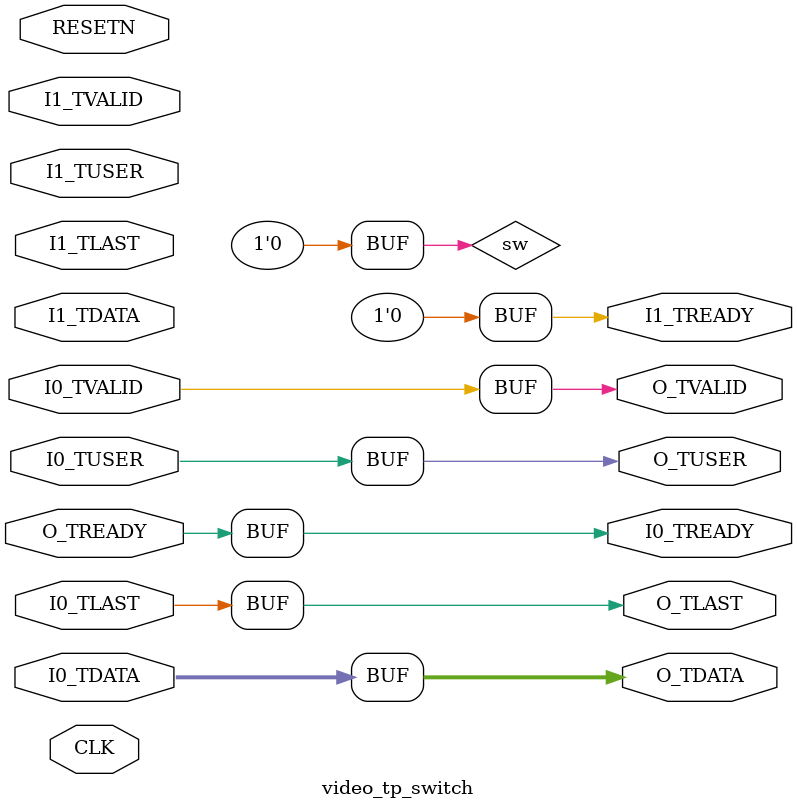
<source format=v>


module video_tp_switch(
input CLK,
input RESETN,
//input SW,
input [23:0] I0_TDATA,
input I0_TLAST,
input I0_TUSER,
input I0_TVALID,
output I0_TREADY,
input [23:0] I1_TDATA,
input I1_TLAST,
input I1_TUSER,
input I1_TVALID,
output I1_TREADY,
output [23:0] O_TDATA,
output O_TLAST,
output O_TUSER,
output O_TVALID,
input O_TREADY
);

//reg [2:0] sw_reg;
wire sw = 0; // SW; // sw_reg[2];
//assign O_TDATA = I0_TDATA;
//assign O_TVALID = I0_TVALID;
//assign O_TLAST = I0_TLAST;
//assign O_TUSER = I0_TUSER;
//assign I0_TREADY = O_TREADY;
//assign I1_TREADY = 0;
assign O_TDATA = sw ? I1_TDATA : I0_TDATA;
assign O_TVALID = sw ? I1_TVALID : I0_TVALID;
assign O_TLAST = sw ? I1_TLAST : I0_TLAST;
assign O_TUSER = sw ? I1_TUSER : I0_TUSER;
assign I0_TREADY = sw ? 0 : O_TREADY;
assign I1_TREADY = sw ? O_TREADY : 0;

//always @(posedge CLK) begin
//    if (!RESETN) begin
//        sw_reg <= 0;
//    end else begin
//        sw_reg <= { sw_reg[1:0], SW };
//    end
//end

endmodule

</source>
